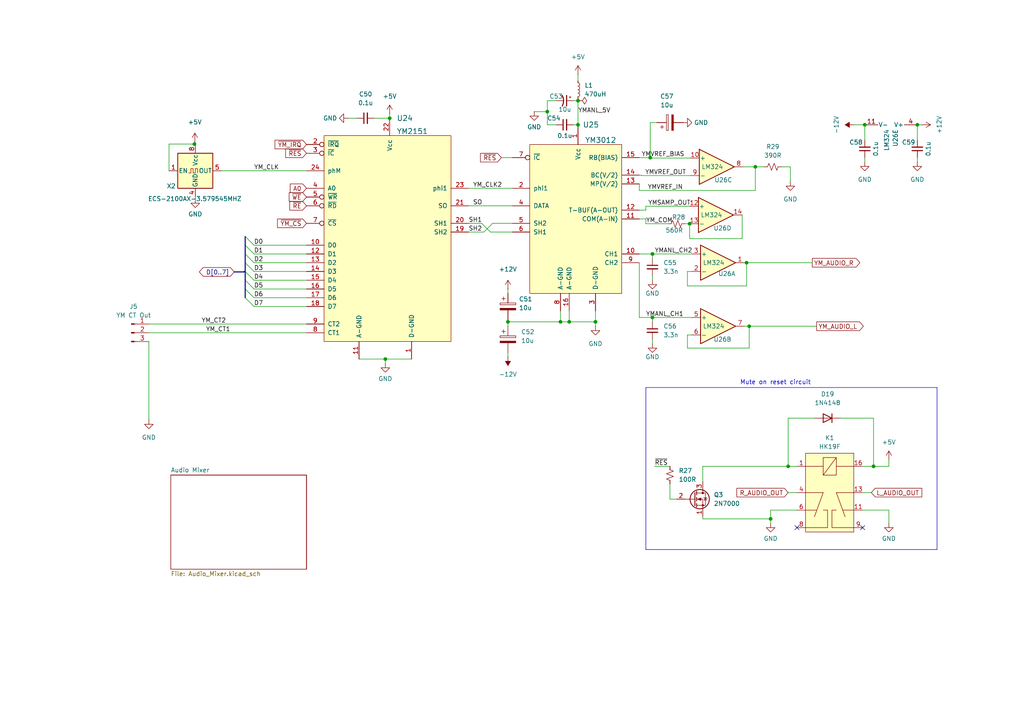
<source format=kicad_sch>
(kicad_sch (version 20231120) (generator "eeschema") (generator_version "8.0")
  (paper "A4")
  (title_block (title "OtterX") (date "2022-08-21") (rev "DV1 \"Sirius\"") (company "(C) 2023 Joe Burks"))
  (lib_symbols
    (symbol "Amplifier_Operational:TL074" (pin_names (offset 0.127))
      (property "Reference" "U" (at 0 5.08 0))
      (property "Value" "TL074" (at 0 -5.08 0))
      (symbol "TL074_1_1"
        (polyline (pts (xy -5.08 5.08) (xy 5.08 0) (xy -5.08 -5.08) (xy -5.08 5.08)) (stroke (width 0.254)) (fill (type background)))
        (pin output line (at 7.62 0 180) (length 2.54) (name "~") (number "1"))
        (pin input line (at -7.62 -2.54 0) (length 2.54) (name "-") (number "2"))
        (pin input line (at -7.62 2.54 0) (length 2.54) (name "+") (number "3"))
      )
      (symbol "TL074_2_1"
        (polyline (pts (xy -5.08 5.08) (xy 5.08 0) (xy -5.08 -5.08) (xy -5.08 5.08)) (stroke (width 0.254)) (fill (type background)))
        (pin input line (at -7.62 2.54 0) (length 2.54) (name "+") (number "5"))
        (pin input line (at -7.62 -2.54 0) (length 2.54) (name "-") (number "6"))
        (pin output line (at 7.62 0 180) (length 2.54) (name "~") (number "7"))
      )
      (symbol "TL074_3_1"
        (polyline (pts (xy -5.08 5.08) (xy 5.08 0) (xy -5.08 -5.08) (xy -5.08 5.08)) (stroke (width 0.254)) (fill (type background)))
        (pin input line (at -7.62 2.54 0) (length 2.54) (name "+") (number "10"))
        (pin output line (at 7.62 0 180) (length 2.54) (name "~") (number "8"))
        (pin input line (at -7.62 -2.54 0) (length 2.54) (name "-") (number "9"))
      )
      (symbol "TL074_4_1"
        (polyline (pts (xy -5.08 5.08) (xy 5.08 0) (xy -5.08 -5.08) (xy -5.08 5.08)) (stroke (width 0.254)) (fill (type background)))
        (pin input line (at -7.62 2.54 0) (length 2.54) (name "+") (number "12"))
        (pin input line (at -7.62 -2.54 0) (length 2.54) (name "-") (number "13"))
        (pin output line (at 7.62 0 180) (length 2.54) (name "~") (number "14"))
      )
      (symbol "TL074_5_1"
        (pin power_in line (at -2.54 -7.62 90) (length 3.81) (name "V-") (number "11"))
        (pin power_in line (at -2.54 7.62 270) (length 3.81) (name "V+") (number "4"))
      )
    )
    (symbol "Connector:Conn_01x03_Pin" (pin_names (offset 1.016) hide)
      (property "Reference" "J" (at 0 5.08 0))
      (property "Value" "Conn_01x03_Pin" (at 0 -5.08 0))
      (symbol "Conn_01x03_Pin_1_1"
        (polyline (pts (xy 1.27 -2.54) (xy 0.8636 -2.54)) (stroke (width 0.1524)))
        (polyline (pts (xy 1.27 0) (xy 0.8636 0)) (stroke (width 0.1524)))
        (polyline (pts (xy 1.27 2.54) (xy 0.8636 2.54)) (stroke (width 0.1524)))
        (rectangle (start 0.8636 -2.413) (end 0 -2.667) (stroke (width 0.1524)) (fill (type outline)))
        (rectangle (start 0.8636 0.127) (end 0 -0.127) (stroke (width 0.1524)) (fill (type outline)))
        (rectangle (start 0.8636 2.667) (end 0 2.413) (stroke (width 0.1524)) (fill (type outline)))
        (pin passive line (at 5.08 2.54 180) (length 3.81) (name "Pin_1") (number "1"))
        (pin passive line (at 5.08 0 180) (length 3.81) (name "Pin_2") (number "2"))
        (pin passive line (at 5.08 -2.54 180) (length 3.81) (name "Pin_3") (number "3"))
      )
    )
    (symbol "Device:C_Polarized" (pin_numbers hide) (pin_names (offset 0.254))
      (property "Reference" "C" (at 0.635 2.54 0))
      (property "Value" "C_Polarized" (at 0.635 -2.54 0))
      (symbol "C_Polarized_0_1"
        (rectangle (start -2.286 0.508) (end 2.286 1.016))
        (polyline (pts (xy -1.778 2.286) (xy -0.762 2.286)))
        (polyline (pts (xy -1.27 2.794) (xy -1.27 1.778)))
        (rectangle (start 2.286 -0.508) (end -2.286 -1.016) (fill (type outline)))
      )
      (symbol "C_Polarized_1_1"
        (pin passive line (at 0 3.81 270) (length 2.794) (name "~") (number "1"))
        (pin passive line (at 0 -3.81 90) (length 2.794) (name "~") (number "2"))
      )
    )
    (symbol "Device:C_Polarized_Small_US" (pin_numbers hide) (pin_names (offset 0.254) hide)
      (property "Reference" "C" (at 0.254 1.778 0))
      (property "Value" "C_Polarized_Small_US" (at 0.254 -2.032 0))
      (symbol "C_Polarized_Small_US_0_1"
        (polyline (pts (xy -1.524 0.508) (xy 1.524 0.508)) (stroke (width 0.3048)))
        (polyline (pts (xy -1.27 1.524) (xy -0.762 1.524)))
        (polyline (pts (xy -1.016 1.27) (xy -1.016 1.778)))
        (arc (start 1.524 -0.762) (mid 0 -0.3734) (end -1.524 -0.762) (stroke (width 0.3048)))
      )
      (symbol "C_Polarized_Small_US_1_1"
        (pin passive line (at 0 2.54 270) (length 2.032) (name "~") (number "1"))
        (pin passive line (at 0 -2.54 90) (length 2.032) (name "~") (number "2"))
      )
    )
    (symbol "Device:C_Small" (pin_numbers hide) (pin_names (offset 0.254) hide)
      (property "Reference" "C" (at 0.254 1.778 0))
      (property "Value" "C_Small" (at 0.254 -2.032 0))
      (symbol "C_Small_0_1"
        (polyline (pts (xy -1.524 -0.508) (xy 1.524 -0.508)) (stroke (width 0.3302)))
        (polyline (pts (xy -1.524 0.508) (xy 1.524 0.508)) (stroke (width 0.3048)))
      )
      (symbol "C_Small_1_1"
        (pin passive line (at 0 2.54 270) (length 2.032) (name "~") (number "1"))
        (pin passive line (at 0 -2.54 90) (length 2.032) (name "~") (number "2"))
      )
    )
    (symbol "Device:L_Small" (pin_numbers hide) (pin_names (offset 0.254) hide)
      (property "Reference" "L" (at 0.762 1.016 0))
      (property "Value" "L_Small" (at 0.762 -1.016 0))
      (symbol "L_Small_0_1"
        (arc (start 0 -2.032) (mid 0.5058 -1.524) (end 0 -1.016))
        (arc (start 0 -1.016) (mid 0.5058 -0.508) (end 0 0))
        (arc (start 0 0) (mid 0.5058 0.508) (end 0 1.016))
        (arc (start 0 1.016) (mid 0.5058 1.524) (end 0 2.032))
      )
      (symbol "L_Small_1_1"
        (pin passive line (at 0 2.54 270) (length 0.508) (name "~") (number "1"))
        (pin passive line (at 0 -2.54 90) (length 0.508) (name "~") (number "2"))
      )
    )
    (symbol "Device:R_Small_US" (pin_numbers hide) (pin_names (offset 0.254) hide)
      (property "Reference" "R" (at 0.762 0.508 0))
      (property "Value" "R_Small_US" (at 0.762 -1.016 0))
      (symbol "R_Small_US_1_1"
        (polyline (pts (xy 0 0) (xy 1.016 -0.381) (xy 0 -0.762) (xy -1.016 -1.143) (xy 0 -1.524)))
        (polyline (pts (xy 0 1.524) (xy 1.016 1.143) (xy 0 0.762) (xy -1.016 0.381) (xy 0 0)))
        (pin passive line (at 0 2.54 270) (length 1.016) (name "~") (number "1"))
        (pin passive line (at 0 -2.54 90) (length 1.016) (name "~") (number "2"))
      )
    )
    (symbol "Diode:1N4148" (pin_numbers hide) (pin_names hide)
      (property "Reference" "D" (at 0 2.54 0))
      (property "Value" "1N4148" (at 0 -2.54 0))
      (symbol "1N4148_0_1"
        (polyline (pts (xy -1.27 1.27) (xy -1.27 -1.27)) (stroke (width 0.254)))
        (polyline (pts (xy 1.27 0) (xy -1.27 0)))
        (polyline (pts (xy 1.27 1.27) (xy 1.27 -1.27) (xy -1.27 0) (xy 1.27 1.27)) (stroke (width 0.254)))
      )
      (symbol "1N4148_1_1"
        (pin passive line (at -3.81 0 0) (length 2.54) (name "K") (number "1"))
        (pin passive line (at 3.81 0 180) (length 2.54) (name "A") (number "2"))
      )
    )
    (symbol "Oscillator:CXO_DIP8" (pin_names (offset 0.254))
      (property "Reference" "Y" (at -5.08 6.35 0))
      (property "Value" "CXO_DIP8" (at 1.27 -6.35 0))
      (symbol "CXO_DIP8_0_1"
        (rectangle (start -5.08 5.08) (end 5.08 -5.08) (stroke (width 0.254)) (fill (type background)))
        (polyline (pts (xy -1.905 -0.635) (xy -1.27 -0.635) (xy -1.27 0.635) (xy -0.635 0.635) (xy -0.635 -0.635) (xy 0 -0.635) (xy 0 0.635) (xy 0.635 0.635) (xy 0.635 -0.635)))
      )
      (symbol "CXO_DIP8_1_1"
        (pin input line (at -7.62 0 0) (length 2.54) (name "EN") (number "1"))
        (pin power_in line (at 0 -7.62 90) (length 2.54) (name "GND") (number "4"))
        (pin output line (at 7.62 0 180) (length 2.54) (name "OUT") (number "5"))
        (pin power_in line (at 0 7.62 270) (length 2.54) (name "Vcc") (number "8"))
      )
    )
    (symbol "OtterX:HK19F"
      (property "Reference" "K" (at 10.16 -24.13 0))
      (property "Value" "HK19F" (at 6.35 1.27 0))
      (symbol "HK19F_0_1"
        (polyline (pts (xy 0 -16.51) (xy 3.175 -16.51)))
        (polyline (pts (xy 0 -11.43) (xy 5.08 -11.43)))
        (polyline (pts (xy 5.08 -11.43) (xy 2.54 -18.415)))
        (polyline (pts (xy 5.08 -6.35) (xy 8.89 -1.27)))
        (polyline (pts (xy 5.08 -3.81) (xy 0 -3.81)))
        (polyline (pts (xy 7.62 -8.89) (xy 7.62 -8.89)))
        (polyline (pts (xy 8.89 -11.43) (xy 11.43 -18.415)))
        (polyline (pts (xy 8.89 -3.81) (xy 13.97 -3.81)))
        (polyline (pts (xy 13.97 -16.51) (xy 10.795 -16.51)))
        (polyline (pts (xy 13.97 -11.43) (xy 8.89 -11.43)))
        (polyline (pts (xy 0 -21.59) (xy 6.35 -21.59) (xy 6.35 -16.51) (xy 5.08 -16.51)))
        (polyline (pts (xy 8.89 -16.51) (xy 7.62 -16.51) (xy 7.62 -21.59) (xy 13.97 -21.59)))
        (rectangle (start 0 0) (end 13.97 -22.86) (fill (type background)))
        (rectangle (start 5.08 -1.27) (end 8.89 -6.35))
      )
      (symbol "HK19F_1_1"
        (pin input line (at -2.54 -3.81 0) (length 2.54) (name "") (number "1"))
        (pin passive line (at 16.51 -16.51 180) (length 2.54) (name "") (number "11"))
        (pin passive line (at 16.51 -11.43 180) (length 2.54) (name "") (number "13"))
        (pin input line (at 16.51 -3.81 180) (length 2.54) (name "") (number "16"))
        (pin passive line (at -2.54 -11.43 0) (length 2.54) (name "") (number "4"))
        (pin passive line (at -2.54 -16.51 0) (length 2.54) (name "") (number "6"))
        (pin passive line (at -2.54 -21.59 0) (length 2.54) (name "") (number "8"))
        (pin passive line (at 16.51 -21.59 180) (length 2.54) (name "") (number "9"))
      )
    )
    (symbol "Transistor_FET:2N7000" (pin_names hide)
      (property "Reference" "Q" (at 5.08 1.905 0))
      (property "Value" "2N7000" (at 5.08 0 0))
      (symbol "2N7000_0_1"
        (polyline (pts (xy 0.254 0) (xy -2.54 0)))
        (polyline (pts (xy 0.254 1.905) (xy 0.254 -1.905)) (stroke (width 0.254)))
        (polyline (pts (xy 0.762 -1.27) (xy 0.762 -2.286)) (stroke (width 0.254)))
        (polyline (pts (xy 0.762 0.508) (xy 0.762 -0.508)) (stroke (width 0.254)))
        (polyline (pts (xy 0.762 2.286) (xy 0.762 1.27)) (stroke (width 0.254)))
        (polyline (pts (xy 2.54 2.54) (xy 2.54 1.778)))
        (polyline (pts (xy 2.54 -2.54) (xy 2.54 0) (xy 0.762 0)))
        (polyline (pts (xy 0.762 -1.778) (xy 3.302 -1.778) (xy 3.302 1.778) (xy 0.762 1.778)))
        (polyline (pts (xy 1.016 0) (xy 2.032 0.381) (xy 2.032 -0.381) (xy 1.016 0)) (fill (type outline)))
        (polyline (pts (xy 2.794 0.508) (xy 2.921 0.381) (xy 3.683 0.381) (xy 3.81 0.254)))
        (polyline (pts (xy 3.302 0.381) (xy 2.921 -0.254) (xy 3.683 -0.254) (xy 3.302 0.381)))
        (circle (center 1.651 0) (radius 2.794) (stroke (width 0.254)))
        (circle (center 2.54 -1.778) (radius 0.254) (fill (type outline)))
        (circle (center 2.54 1.778) (radius 0.254) (fill (type outline)))
      )
      (symbol "2N7000_1_1"
        (pin passive line (at 2.54 -5.08 90) (length 2.54) (name "S") (number "1"))
        (pin input line (at -5.08 0 0) (length 2.54) (name "G") (number "2"))
        (pin passive line (at 2.54 5.08 270) (length 2.54) (name "D") (number "3"))
      )
    )
    (symbol "Yamaha:YM2151" (pin_names (offset 1.016))
      (property "Reference" "U" (at -13.97 33.02 0))
      (property "Value" "YM2151" (at 13.97 -31.75 0))
      (symbol "YM2151_0_1"
        (rectangle (start -19.05 30.48) (end 17.78 -29.21) (fill (type background)))
      )
      (symbol "YM2151_1_1"
        (pin power_in line (at 6.35 -34.29 90) (length 5.08) (name "D-GND") (number "1"))
        (pin input line (at -24.13 -1.27 0) (length 5.08) (name "D0") (number "10"))
        (pin power_in line (at -8.89 -34.29 90) (length 5.08) (name "A-GND") (number "11"))
        (pin input line (at -24.13 -3.81 0) (length 5.08) (name "D1") (number "12"))
        (pin input line (at -24.13 -6.35 0) (length 5.08) (name "D2") (number "13"))
        (pin input line (at -24.13 -8.89 0) (length 5.08) (name "D3") (number "14"))
        (pin input line (at -24.13 -11.43 0) (length 5.08) (name "D4") (number "15"))
        (pin input line (at -24.13 -13.97 0) (length 5.08) (name "D5") (number "16"))
        (pin input line (at -24.13 -16.51 0) (length 5.08) (name "D6") (number "17"))
        (pin input line (at -24.13 -19.05 0) (length 5.08) (name "D7") (number "18"))
        (pin output line (at 22.86 2.54 180) (length 5.08) (name "SH2") (number "19"))
        (pin input inverted (at -24.13 27.94 0) (length 5.08) (name "~{IRQ}") (number "2"))
        (pin output line (at 22.86 5.08 180) (length 5.08) (name "SH1") (number "20"))
        (pin output line (at 22.86 10.16 180) (length 5.08) (name "SO") (number "21"))
        (pin power_in line (at 0 35.56 270) (length 5.08) (name "Vcc") (number "22"))
        (pin output line (at 22.86 15.24 180) (length 5.08) (name "phi1") (number "23"))
        (pin input line (at -24.13 20.32 0) (length 5.08) (name "phM") (number "24"))
        (pin input inverted (at -24.13 25.4 0) (length 5.08) (name "~{IC}") (number "3"))
        (pin input line (at -24.13 15.24 0) (length 5.08) (name "A0") (number "4"))
        (pin input inverted (at -24.13 12.7 0) (length 5.08) (name "~{WR}") (number "5"))
        (pin input inverted (at -24.13 10.16 0) (length 5.08) (name "~{RD}") (number "6"))
        (pin input inverted (at -24.13 5.08 0) (length 5.08) (name "~{CS}") (number "7"))
        (pin input line (at -24.13 -26.67 0) (length 5.08) (name "CT1") (number "8"))
        (pin input line (at -24.13 -24.13 0) (length 5.08) (name "CT2") (number "9"))
      )
    )
    (symbol "Yamaha:YM3012" (pin_names (offset 1.016))
      (property "Reference" "U" (at -11.43 25.4 0))
      (property "Value" "YM3012" (at 12.7 -21.59 0))
      (symbol "YM3012_0_1"
        (rectangle (start -13.97 24.13) (end 12.7 -19.05) (fill (type background)))
      )
      (symbol "YM3012_1_1"
        (pin power_in line (at 0 29.21 270) (length 5.08) (name "Vcc") (number "1"))
        (pin output line (at 17.78 -7.62 180) (length 5.08) (name "CH1") (number "10"))
        (pin input line (at 17.78 2.54 180) (length 5.08) (name "COM(A-IN)") (number "11"))
        (pin output line (at 17.78 5.08 180) (length 5.08) (name "T-BUF(A-OUT)") (number "12"))
        (pin passive line (at 17.78 12.7 180) (length 5.08) (name "MP(V/2)") (number "13"))
        (pin passive line (at 17.78 15.24 180) (length 5.08) (name "BC(V/2)") (number "14"))
        (pin output line (at 17.78 20.32 180) (length 5.08) (name "RB(BIAS)") (number "15"))
        (pin power_in line (at -2.54 -24.13 90) (length 5.08) (name "A-GND") (number "16"))
        (pin input line (at -19.05 11.43 0) (length 5.08) (name "phi1") (number "2"))
        (pin power_in line (at 5.08 -24.13 90) (length 5.08) (name "D-GND") (number "3"))
        (pin input line (at -19.05 6.35 0) (length 5.08) (name "DATA") (number "4"))
        (pin input line (at -19.05 1.27 0) (length 5.08) (name "SH2") (number "5"))
        (pin input line (at -19.05 -1.27 0) (length 5.08) (name "SH1") (number "6"))
        (pin input inverted (at -19.05 20.32 0) (length 5.08) (name "~{IC}") (number "7"))
        (pin power_in line (at -5.08 -24.13 90) (length 5.08) (name "A-GND") (number "8"))
        (pin output line (at 17.78 -10.16 180) (length 5.08) (name "CH2") (number "9"))
      )
    )
    (symbol "power:+12V" (power) (pin_numbers hide) (pin_names (offset 0) hide)
      (property "Value" "+12V" (at 0 3.556 0))
      (symbol "+12V_0_1"
        (polyline (pts (xy -0.762 1.27) (xy 0 2.54)))
        (polyline (pts (xy 0 0) (xy 0 2.54)))
        (polyline (pts (xy 0 2.54) (xy 0.762 1.27)))
      )
      (symbol "+12V_1_1"
        (pin power_in line (at 0 0 90) (length 0) (name "~") (number "1"))
      )
    )
    (symbol "power:+5V" (power) (pin_numbers hide) (pin_names (offset 0) hide)
      (property "Value" "+5V" (at 0 3.556 0))
      (symbol "+5V_0_1"
        (polyline (pts (xy -0.762 1.27) (xy 0 2.54)))
        (polyline (pts (xy 0 0) (xy 0 2.54)))
        (polyline (pts (xy 0 2.54) (xy 0.762 1.27)))
      )
      (symbol "+5V_1_1"
        (pin power_in line (at 0 0 90) (length 0) (name "~") (number "1"))
      )
    )
    (symbol "power:-12V" (power) (pin_numbers hide) (pin_names (offset 0) hide)
      (property "Value" "-12V" (at 0 3.556 0))
      (symbol "-12V_0_0"
        (pin power_in line (at 0 0 90) (length 0) (name "~") (number "1"))
      )
      (symbol "-12V_0_1"
        (polyline (pts (xy 0 0) (xy 0 1.27) (xy 0.762 1.27) (xy 0 2.54) (xy -0.762 1.27) (xy 0 1.27)) (fill (type outline)))
      )
    )
    (symbol "power:GND" (power) (pin_numbers hide) (pin_names (offset 0) hide)
      (property "Value" "GND" (at 0 -3.81 0))
      (symbol "GND_0_1"
        (polyline (pts (xy 0 0) (xy 0 -1.27) (xy 1.27 -1.27) (xy 0 -2.54) (xy -1.27 -1.27) (xy 0 -1.27)))
      )
      (symbol "GND_1_1"
        (pin power_in line (at 0 0 270) (length 0) (name "~") (number "1"))
      )
    )
    (symbol "power:PWR_FLAG" (power) (pin_numbers hide) (pin_names (offset 0) hide)
      (property "Value" "PWR_FLAG" (at 0 3.81 0))
      (symbol "PWR_FLAG_0_0"
        (pin power_out line (at 0 0 90) (length 0) (name "~") (number "1"))
      )
      (symbol "PWR_FLAG_0_1"
        (polyline (pts (xy 0 0) (xy 0 1.27) (xy -1.016 1.905) (xy 0 2.54) (xy 1.016 1.905) (xy 0 1.27)))
      )
    )
  )
  (junction (at 165.1 93.345))
  (junction (at 158.75 32.385))
  (junction (at 228.6 135.255))
  (junction (at 56.388 41.783))
  (junction (at 189.23 73.66))
  (junction (at 188.595 45.72))
  (junction (at 266.065 36.195))
  (junction (at 200.025 64.897))
  (junction (at 167.64 36.195))
  (junction (at 253.365 135.255))
  (junction (at 172.72 93.345))
  (junction (at 219.075 48.387))
  (junction (at 147.32 93.345))
  (junction (at 223.52 150.495))
  (junction (at 111.76 104.14))
  (junction (at 250.825 36.195))
  (junction (at 162.56 93.345))
  (junction (at 217.297 94.615))
  (junction (at 189.23 92.075))
  (junction (at 216.535 76.2))
  (junction (at 167.64 29.21))
  (junction (at 113.03 34.29))
  (no_connect (at 231.14 153.035))
  (no_connect (at 250.19 153.035))
  (bus_entry (at 73.66 83.82) (size -2.54 -2.54))
  (bus_entry (at 73.66 86.36) (size -2.54 -2.54))
  (bus_entry (at 73.66 88.9) (size -2.54 -2.54))
  (bus_entry (at 73.66 78.74) (size -2.54 -2.54))
  (bus_entry (at 73.66 76.2) (size -2.54 -2.54))
  (bus_entry (at 73.66 73.66) (size -2.54 -2.54))
  (bus_entry (at 73.66 71.12) (size -2.54 -2.54))
  (bus_entry (at 73.66 81.28) (size -2.54 -2.54))
  (wire (pts (xy 73.66 81.28) (xy 88.9 81.28)))
  (wire (pts (xy 189.23 93.345) (xy 189.23 92.075)))
  (wire (pts (xy 215.9 76.2) (xy 216.535 76.2)))
  (wire (pts (xy 250.19 147.955) (xy 257.81 147.955)))
  (wire (pts (xy 200.279 45.847) (xy 188.595 45.847)))
  (wire (pts (xy 108.585 34.29) (xy 113.03 34.29)))
  (wire (pts (xy 88.9 93.98) (xy 43.18 93.98)))
  (polyline (pts (xy 271.78 112.395) (xy 271.78 159.385)))
  (wire (pts (xy 111.76 104.14) (xy 111.76 105.41)))
  (wire (pts (xy 185.42 45.72) (xy 188.595 45.72)))
  (wire (pts (xy 56.388 41.91) (xy 56.388 41.783)))
  (wire (pts (xy 172.72 93.345) (xy 172.72 90.17)))
  (bus (pts (xy 71.12 76.2) (xy 71.12 73.66)))
  (wire (pts (xy 219.075 48.387) (xy 219.075 55.245)))
  (bus (pts (xy 71.12 78.74) (xy 71.12 76.2)))
  (wire (pts (xy 142.875 64.77) (xy 148.59 64.77)))
  (wire (pts (xy 158.75 32.385) (xy 158.75 36.195)))
  (wire (pts (xy 203.835 150.495) (xy 223.52 150.495)))
  (wire (pts (xy 100.965 34.29) (xy 103.505 34.29)))
  (wire (pts (xy 73.66 76.2) (xy 88.9 76.2)))
  (wire (pts (xy 189.23 73.66) (xy 200.66 73.66)))
  (polyline (pts (xy 271.78 159.385) (xy 187.325 159.385)))
  (wire (pts (xy 140.335 67.31) (xy 142.875 64.77)))
  (wire (pts (xy 215.9 94.615) (xy 217.297 94.615)))
  (bus (pts (xy 71.12 71.12) (xy 71.12 68.58)))
  (wire (pts (xy 199.39 78.74) (xy 200.66 78.74)))
  (wire (pts (xy 56.642 57.15) (xy 56.642 57.658)))
  (wire (pts (xy 111.76 104.14) (xy 119.38 104.14)))
  (bus (pts (xy 71.12 86.36) (xy 71.12 83.82)))
  (wire (pts (xy 165.1 93.345) (xy 172.72 93.345)))
  (wire (pts (xy 216.535 76.2) (xy 235.585 76.2)))
  (wire (pts (xy 56.642 41.91) (xy 56.388 41.91)))
  (wire (pts (xy 194.31 135.255) (xy 189.865 135.255)))
  (wire (pts (xy 135.89 64.77) (xy 139.7 64.77)))
  (wire (pts (xy 203.835 135.255) (xy 203.835 139.7)))
  (wire (pts (xy 73.66 83.82) (xy 88.9 83.82)))
  (wire (pts (xy 217.297 94.615) (xy 236.855 94.615)))
  (wire (pts (xy 165.1 90.17) (xy 165.1 93.345)))
  (wire (pts (xy 199.39 100.965) (xy 217.297 100.965)))
  (wire (pts (xy 188.595 35.56) (xy 188.595 45.72)))
  (bus (pts (xy 70.866 78.867) (xy 67.945 78.867)))
  (wire (pts (xy 257.81 133.35) (xy 257.81 135.255)))
  (wire (pts (xy 49.022 41.783) (xy 56.388 41.783)))
  (wire (pts (xy 113.03 33.02) (xy 113.03 34.29)))
  (wire (pts (xy 186.055 50.927) (xy 200.279 50.927)))
  (wire (pts (xy 228.6 135.255) (xy 203.835 135.255)))
  (wire (pts (xy 64.262 49.53) (xy 88.9 49.53)))
  (wire (pts (xy 203.835 149.86) (xy 203.835 150.495)))
  (wire (pts (xy 172.72 93.345) (xy 172.72 94.615)))
  (wire (pts (xy 250.19 135.255) (xy 253.365 135.255)))
  (wire (pts (xy 135.89 59.69) (xy 148.59 59.69)))
  (wire (pts (xy 250.825 45.72) (xy 250.825 46.99)))
  (wire (pts (xy 250.825 36.195) (xy 250.825 40.64)))
  (wire (pts (xy 266.065 36.195) (xy 266.065 40.64)))
  (wire (pts (xy 217.297 94.615) (xy 217.297 100.965)))
  (wire (pts (xy 199.39 100.965) (xy 199.39 97.155)))
  (wire (pts (xy 73.66 78.74) (xy 88.9 78.74)))
  (wire (pts (xy 223.52 147.955) (xy 223.52 150.495)))
  (bus (pts (xy 71.12 83.82) (xy 71.12 81.28)))
  (wire (pts (xy 147.32 93.345) (xy 162.56 93.345)))
  (wire (pts (xy 226.695 48.387) (xy 229.235 48.387)))
  (wire (pts (xy 73.66 73.66) (xy 88.9 73.66)))
  (wire (pts (xy 229.235 48.387) (xy 229.235 52.705)))
  (wire (pts (xy 147.32 85.09) (xy 147.32 83.82)))
  (wire (pts (xy 147.32 93.345) (xy 147.32 94.615)))
  (wire (pts (xy 167.64 21.59) (xy 167.64 23.495)))
  (wire (pts (xy 187.325 63.5) (xy 185.42 63.5)))
  (wire (pts (xy 187.325 64.897) (xy 187.325 63.5)))
  (wire (pts (xy 228.6 142.875) (xy 231.14 142.875)))
  (wire (pts (xy 266.065 45.72) (xy 266.065 46.99)))
  (wire (pts (xy 215.265 62.357) (xy 215.265 69.215)))
  (wire (pts (xy 187.325 60.96) (xy 187.325 59.817)))
  (wire (pts (xy 185.42 55.245) (xy 219.075 55.245)))
  (wire (pts (xy 158.75 36.195) (xy 161.29 36.195)))
  (wire (pts (xy 73.66 88.9) (xy 88.9 88.9)))
  (wire (pts (xy 185.42 60.96) (xy 187.325 60.96)))
  (wire (pts (xy 88.9 96.52) (xy 43.18 96.52)))
  (wire (pts (xy 247.65 36.195) (xy 250.825 36.195)))
  (wire (pts (xy 199.39 78.74) (xy 199.39 82.931)))
  (wire (pts (xy 198.755 64.897) (xy 200.025 64.897)))
  (wire (pts (xy 199.39 97.155) (xy 200.66 97.155)))
  (wire (pts (xy 189.23 98.425) (xy 189.23 99.695)))
  (bus (pts (xy 71.12 73.66) (xy 71.12 71.12)))
  (wire (pts (xy 216.535 76.2) (xy 216.535 82.931)))
  (polyline (pts (xy 187.325 112.395) (xy 187.325 159.385)))
  (wire (pts (xy 228.6 121.285) (xy 236.22 121.285)))
  (wire (pts (xy 162.56 93.345) (xy 165.1 93.345)))
  (wire (pts (xy 187.325 59.817) (xy 200.025 59.817)))
  (wire (pts (xy 104.14 104.14) (xy 111.76 104.14)))
  (wire (pts (xy 194.31 140.335) (xy 194.31 144.78)))
  (wire (pts (xy 185.42 92.075) (xy 185.42 76.2)))
  (wire (pts (xy 166.37 36.195) (xy 167.64 36.195)))
  (wire (pts (xy 185.42 73.66) (xy 189.23 73.66)))
  (wire (pts (xy 267.335 36.195) (xy 266.065 36.195)))
  (wire (pts (xy 158.75 29.21) (xy 158.75 32.385)))
  (bus (pts (xy 70.866 78.74) (xy 71.12 78.74)))
  (wire (pts (xy 145.415 45.72) (xy 148.59 45.72)))
  (wire (pts (xy 189.23 73.66) (xy 189.23 74.93)))
  (wire (pts (xy 142.24 67.31) (xy 148.59 67.31)))
  (wire (pts (xy 188.595 35.56) (xy 190.5 35.56)))
  (wire (pts (xy 135.89 54.61) (xy 148.59 54.61)))
  (wire (pts (xy 215.519 48.387) (xy 219.075 48.387)))
  (wire (pts (xy 186.055 50.8) (xy 186.055 50.927)))
  (wire (pts (xy 147.32 92.71) (xy 147.32 93.345)))
  (wire (pts (xy 167.64 36.195) (xy 167.64 36.83)))
  (wire (pts (xy 49.022 49.53) (xy 49.022 41.783)))
  (wire (pts (xy 250.19 142.875) (xy 252.73 142.875)))
  (wire (pts (xy 231.14 135.255) (xy 228.6 135.255)))
  (wire (pts (xy 193.675 64.897) (xy 187.325 64.897)))
  (wire (pts (xy 219.075 48.387) (xy 221.615 48.387)))
  (wire (pts (xy 189.23 92.075) (xy 200.66 92.075)))
  (wire (pts (xy 253.365 121.285) (xy 253.365 135.255)))
  (wire (pts (xy 223.52 150.495) (xy 223.52 151.765)))
  (wire (pts (xy 185.42 92.075) (xy 189.23 92.075)))
  (wire (pts (xy 154.94 32.385) (xy 158.75 32.385)))
  (wire (pts (xy 185.42 50.8) (xy 186.055 50.8)))
  (wire (pts (xy 167.64 28.575) (xy 167.64 29.21)))
  (wire (pts (xy 147.32 102.235) (xy 147.32 103.505)))
  (wire (pts (xy 223.52 147.955) (xy 231.14 147.955)))
  (wire (pts (xy 73.66 71.12) (xy 88.9 71.12)))
  (wire (pts (xy 73.66 86.36) (xy 88.9 86.36)))
  (polyline (pts (xy 187.325 112.395) (xy 271.78 112.395)))
  (wire (pts (xy 199.39 82.931) (xy 216.535 82.931)))
  (wire (pts (xy 194.31 144.78) (xy 196.215 144.78)))
  (wire (pts (xy 189.23 80.01) (xy 189.23 81.28)))
  (wire (pts (xy 188.595 45.72) (xy 188.595 45.847)))
  (wire (pts (xy 161.29 29.21) (xy 158.75 29.21)))
  (wire (pts (xy 139.7 64.77) (xy 142.24 67.31)))
  (wire (pts (xy 56.388 41.783) (xy 56.515 41.783)))
  (wire (pts (xy 162.56 90.17) (xy 162.56 93.345)))
  (wire (pts (xy 135.89 67.31) (xy 140.335 67.31)))
  (wire (pts (xy 167.64 29.21) (xy 167.64 36.195)))
  (wire (pts (xy 257.81 147.955) (xy 257.81 151.765)))
  (wire (pts (xy 243.84 121.285) (xy 253.365 121.285)))
  (wire (pts (xy 215.265 69.215) (xy 200.025 69.215)))
  (wire (pts (xy 228.6 135.255) (xy 228.6 121.285)))
  (bus (pts (xy 70.866 78.74) (xy 70.866 78.867)))
  (bus (pts (xy 71.12 81.28) (xy 71.12 78.74)))
  (wire (pts (xy 185.42 53.34) (xy 185.42 55.245)))
  (wire (pts (xy 43.18 99.06) (xy 43.18 121.793)))
  (wire (pts (xy 166.37 29.21) (xy 167.64 29.21)))
  (wire (pts (xy 200.025 69.215) (xy 200.025 64.897)))
  (wire (pts (xy 253.365 135.255) (xy 257.81 135.255)))
  (wire (pts (xy 56.515 41.148) (xy 56.515 41.783)))
  (text "Mute on reset circuit" (at 214.63 111.76 0) (effects (font (size 1.27 1.27)) (justify left bottom)))
  (label "D6" (at 73.66 86.36 0))
  (label "YMVREF_IN" (at 187.833 55.245 0))
  (label "D1" (at 73.66 73.66 0))
  (label "~{RES}" (at 189.865 135.255 0))
  (label "YMSAMP_OUT" (at 187.96 59.817 0))
  (label "YM_CT1" (at 59.69 96.52 0))
  (label "YMANL_5V" (at 167.64 33.02 0))
  (label "D7" (at 73.66 88.9 0))
  (label "YM_COM" (at 187.325 64.897 0))
  (label "D2" (at 73.66 76.2 0))
  (label "D5" (at 73.66 83.82 0))
  (label "SO" (at 137.16 59.69 0))
  (label "YMVREF_OUT" (at 187.071 50.927 0))
  (label "YM_CT2" (at 58.42 93.98 0))
  (label "SH1" (at 135.89 64.77 0))
  (label "D3" (at 73.66 78.74 0))
  (label "YMANL_CH1" (at 187.325 92.075 0))
  (label "YMVREF_BIAS" (at 186.055 45.72 0))
  (label "SH2" (at 135.89 67.31 0))
  (label "YM_CLK" (at 73.66 49.53 0))
  (label "YMANL_CH2" (at 189.865 73.66 0))
  (label "YM_CLK2" (at 137.16 54.61 0))
  (label "D4" (at 73.66 81.28 0))
  (label "D0" (at 73.66 71.12 0))
  (global_label "~{RE}" (shape input) (at 88.9 59.69 180) (property "Intersheetrefs" "${INTERSHEET_REFS}" (effects (hide yes))))
  (global_label "~{RES}" (shape input) (at 88.9 44.45 180) (property "Intersheetrefs" "${INTERSHEET_REFS}" (effects (hide yes))))
  (global_label "R_AUDIO_OUT" (shape input) (at 228.6 142.875 180) (property "Intersheetrefs" "${INTERSHEET_REFS}" (effects (hide yes))))
  (global_label "YM_AUDIO_R" (shape output) (at 235.585 76.2 0) (property "Intersheetrefs" "${INTERSHEET_REFS}" (effects (hide yes))))
  (global_label "L_AUDIO_OUT" (shape input) (at 252.73 142.875 0) (property "Intersheetrefs" "${INTERSHEET_REFS}" (effects (hide yes))))
  (global_label "~{YM_IRQ}" (shape input) (at 88.9 41.91 180) (property "Intersheetrefs" "${INTERSHEET_REFS}" (effects (hide yes))))
  (global_label "~{WE}" (shape input) (at 88.9 57.15 180) (property "Intersheetrefs" "${INTERSHEET_REFS}" (effects (hide yes))))
  (global_label "A0" (shape input) (at 88.9 54.61 180) (property "Intersheetrefs" "${INTERSHEET_REFS}" (effects (hide yes))))
  (global_label "D[0..7]" (shape bidirectional) (at 67.945 78.867 180) (property "Intersheetrefs" "${INTERSHEET_REFS}" (effects (hide yes))))
  (global_label "~{YM_CS}" (shape input) (at 88.9 64.77 180) (property "Intersheetrefs" "${INTERSHEET_REFS}" (effects (hide yes))))
  (global_label "YM_AUDIO_L" (shape output) (at 236.855 94.615 0) (property "Intersheetrefs" "${INTERSHEET_REFS}" (effects (hide yes))))
  (global_label "~{RES}" (shape input) (at 145.415 45.72 180) (property "Intersheetrefs" "${INTERSHEET_REFS}" (effects (hide yes))))
  (symbol (lib_id "power:GND") (at 198.12 35.56 90) (unit 1)
    (property "Reference" "#PWR088" (effects (hide yes)))
    (property "Value" "GND" (at 201.295 35.5599 90) (effects (justify right)))
    (property "Description" "Power symbol creates a global label with name \"GND\" , ground" (effects (hide yes)))
  )
  (symbol (lib_id "power:GND") (at 100.965 34.29 270) (unit 1)
    (property "Reference" "#PWR074" (effects (hide yes)))
    (property "Value" "GND" (at 97.79 34.2899 90) (effects (justify right)))
    (property "Description" "Power symbol creates a global label with name \"GND\" , ground" (effects (hide yes)))
  )
  (symbol (lib_id "Device:C_Small") (at 163.83 36.195 90) (unit 1)
    (property "Reference" "C54" (at 160.655 34.29 90))
    (property "Value" "0.1u" (at 163.83 39.37 90))
    (property "Footprint" "Capacitor_THT:C_Disc_D4.3mm_W1.9mm_P5.00mm" (effects (hide yes)))
  )
  (symbol (lib_id "power:+5V") (at 56.515 41.148 0) (unit 1)
    (property "Reference" "#PWR065" (effects (hide yes)))
    (property "Value" "+5V" (at 56.515 35.433 0))
    (property "Description" "Power symbol creates a global label with name \"+5V\"" (effects (hide yes)))
  )
  (symbol (lib_id "power:+12V") (at 267.335 36.195 270) (unit 1)
    (property "Reference" "#PWR096" (effects (hide yes)))
    (property "Value" "+12V" (at 272.415 36.195 0))
    (property "Description" "Power symbol creates a global label with name \"+12V\"" (effects (hide yes)))
  )
  (symbol (lib_id "Device:C_Polarized") (at 147.32 98.425 0) (unit 1)
    (property "Reference" "C52" (at 151.13 96.2659 0) (effects (justify left)))
    (property "Value" "10u" (at 151.13 98.8059 0) (effects (justify left)))
    (property "Footprint" "Capacitor_THT:CP_Radial_D5.0mm_P2.50mm" (effects (hide yes)))
  )
  (symbol (lib_id "Amplifier_Operational:TL074") (at 258.445 38.735 270) (unit 5)
    (property "Reference" "U26" (at 259.7151 37.465 0) (effects (justify left)))
    (property "Value" "LM324" (at 257.1751 37.465 0) (effects (justify left)))
    (property "Footprint" "OtterX:DIP-14_W7.62mm_ShortWidePads" (effects (hide yes)))
    (property "Datasheet" "http://www.ti.com/lit/ds/symlink/tl071.pdf" (effects (hide yes)))
  )
  (symbol (lib_id "power:PWR_FLAG") (at 167.64 29.21 270) (unit 1)
    (property "Reference" "#FLG07" (effects (hide yes)))
    (property "Value" "PWR_FLAG" (effects (hide yes)))
    (property "Description" "Special symbol for telling ERC where power comes from" (effects (hide yes)))
  )
  (symbol (lib_id "Device:R_Small_US") (at 196.215 64.897 270) (unit 1)
    (property "Reference" "R28" (at 196.85 62.992 90))
    (property "Value" "560R" (at 195.58 66.802 90))
    (property "Footprint" "Resistor_THT:R_Axial_DIN0207_L6.3mm_D2.5mm_P7.62mm_Horizontal" (effects (hide yes)))
  )
  (symbol (lib_id "Amplifier_Operational:TL074") (at 208.28 94.615 0) (unit 2)
    (property "Reference" "U26" (at 209.55 98.425 0))
    (property "Value" "LM324" (at 207.01 94.615 0))
    (property "Footprint" "OtterX:DIP-14_W7.62mm_ShortWidePads" (effects (hide yes)))
    (property "Datasheet" "http://www.ti.com/lit/ds/symlink/tl071.pdf" (effects (hide yes)))
  )
  (symbol (lib_id "power:GND") (at 223.52 151.765 0) (unit 1)
    (property "Reference" "#PWR089" (effects (hide yes)))
    (property "Value" "GND" (at 223.52 156.21 0))
    (property "Description" "Power symbol creates a global label with name \"GND\" , ground" (effects (hide yes)))
  )
  (symbol (lib_id "Device:C_Polarized_Small_US") (at 163.83 29.21 270) (unit 1)
    (property "Reference" "C53" (at 161.29 27.94 90))
    (property "Value" "10u" (at 163.83 31.75 90))
    (property "Footprint" "Capacitor_THT:CP_Radial_D5.0mm_P2.50mm" (effects (hide yes)))
  )
  (symbol (lib_id "Yamaha:YM2151") (at 113.03 69.85 0) (unit 1)
    (property "Reference" "U24" (at 115.0494 34.29 0) (effects (font (size 1.524 1.524)) (justify left)))
    (property "Value" "YM2151" (at 115.0494 38.1 0) (effects (font (size 1.524 1.524)) (justify left)))
    (property "Footprint" "OtterX:DIP-24_W15.24mm_ShortWidePads" (effects (hide yes)))
  )
  (symbol (lib_id "Device:C_Small") (at 189.23 95.885 0) (unit 1)
    (property "Reference" "C56" (at 192.405 94.6213 0) (effects (justify left)))
    (property "Value" "3.3n" (at 192.405 97.1613 0) (effects (justify left)))
    (property "Footprint" "Capacitor_THT:C_Rect_L7.2mm_W2.5mm_P5.00mm_FKS2_FKP2_MKS2_MKP2" (effects (hide yes)))
  )
  (symbol (lib_id "Device:C_Small") (at 250.825 43.18 180) (unit 1)
    (property "Reference" "C58" (at 248.285 41.275 0))
    (property "Value" "0.1u" (at 254 43.18 90))
    (property "Footprint" "Capacitor_THT:C_Disc_D4.3mm_W1.9mm_P5.00mm" (effects (hide yes)))
  )
  (symbol (lib_id "Device:R_Small_US") (at 194.31 137.795 0) (unit 1)
    (property "Reference" "R27" (at 196.85 136.525 0) (effects (justify left)))
    (property "Value" "100R" (at 196.85 139.065 0) (effects (justify left)))
    (property "Footprint" "Resistor_THT:R_Axial_DIN0207_L6.3mm_D2.5mm_P7.62mm_Horizontal" (effects (hide yes)))
  )
  (symbol (lib_id "power:GND") (at 229.235 52.705 0) (unit 1)
    (property "Reference" "#PWR090" (effects (hide yes)))
    (property "Value" "GND" (at 229.235 57.785 0))
    (property "Description" "Power symbol creates a global label with name \"GND\" , ground" (effects (hide yes)))
  )
  (symbol (lib_id "power:GND") (at 111.76 105.41 0) (unit 1)
    (property "Reference" "#PWR075" (effects (hide yes)))
    (property "Value" "GND" (at 111.76 109.855 0))
    (property "Description" "Power symbol creates a global label with name \"GND\" , ground" (effects (hide yes)))
  )
  (symbol (lib_id "Transistor_FET:2N7000") (at 201.295 144.78 0) (unit 1)
    (property "Reference" "Q3" (at 207.01 143.51 0) (effects (justify left)))
    (property "Value" "2N7000" (at 207.01 146.05 0) (effects (justify left)))
    (property "Footprint" "Package_TO_SOT_THT:TO-92_Inline" (effects (hide yes)))
    (property "Datasheet" "https://www.vishay.com/docs/70226/70226.pdf" (effects (hide yes)))
    (property "Description" "0.2A Id, 200V Vds, N-Channel MOSFET, 2.6V Logic Level, TO-92" (effects (hide yes)))
  )
  (symbol (lib_id "Device:C_Small") (at 266.065 43.18 180) (unit 1)
    (property "Reference" "C59" (at 263.525 41.275 0))
    (property "Value" "0.1u" (at 269.24 43.18 90))
    (property "Footprint" "Capacitor_THT:C_Disc_D4.3mm_W1.9mm_P5.00mm" (effects (hide yes)))
  )
  (symbol (lib_id "Oscillator:CXO_DIP8") (at 56.642 49.53 0) (unit 1)
    (property "Reference" "X2" (at 49.657 53.975 0))
    (property "Value" "ECS-2100AX-3.579545MHZ" (at 56.515 57.658 0))
    (property "Footprint" "Oscillator:Oscillator_DIP-8" (effects (hide yes)))
    (property "Datasheet" "http://cdn-reichelt.de/documents/datenblatt/B400/OSZI.pdf" (effects (hide yes)))
    (property "Description" "Crystal Clock Oscillator, DIP8-style metal package" (effects (hide yes)))
  )
  (symbol (lib_id "power:-12V") (at 147.32 103.505 180) (unit 1)
    (property "Reference" "#PWR079" (effects (hide yes)))
    (property "Value" "-12V" (at 147.32 108.585 0))
    (property "Description" "Power symbol creates a global label with name \"-12V\"" (effects (hide yes)))
  )
  (symbol (lib_id "power:GND") (at 266.065 46.99 0) (unit 1)
    (property "Reference" "#PWR095" (effects (hide yes)))
    (property "Value" "GND" (at 266.065 52.07 0))
    (property "Description" "Power symbol creates a global label with name \"GND\" , ground" (effects (hide yes)))
  )
  (symbol (lib_id "Device:C_Polarized") (at 194.31 35.56 90) (unit 1)
    (property "Reference" "C57" (at 193.421 27.94 90))
    (property "Value" "10u" (at 193.421 30.48 90))
    (property "Footprint" "Capacitor_THT:CP_Radial_D5.0mm_P2.50mm" (effects (hide yes)))
  )
  (symbol (lib_id "power:GND") (at 189.23 81.28 0) (unit 1)
    (property "Reference" "#PWR086" (effects (hide yes)))
    (property "Value" "GND" (at 189.23 85.09 0))
    (property "Description" "Power symbol creates a global label with name \"GND\" , ground" (effects (hide yes)))
  )
  (symbol (lib_id "power:+5V") (at 167.64 21.59 0) (unit 1)
    (property "Reference" "#PWR083" (effects (hide yes)))
    (property "Value" "+5V" (at 167.64 16.51 0))
    (property "Description" "Power symbol creates a global label with name \"+5V\"" (effects (hide yes)))
  )
  (symbol (lib_id "OtterX:HK19F") (at 233.68 131.445 0) (unit 1)
    (property "Reference" "K1" (at 240.665 127 0))
    (property "Value" "HK19F" (at 240.665 129.54 0))
    (property "Footprint" "OtterX:HK19F-DPDT-Relay" (effects (hide yes)))
  )
  (symbol (lib_id "Device:L_Small") (at 167.64 26.035 0) (unit 1)
    (property "Reference" "L1" (at 169.545 24.765 0) (effects (justify left)))
    (property "Value" "470uH" (at 169.545 27.305 0) (effects (justify left)))
    (property "Footprint" "Inductor_THT:L_Axial_L5.0mm_D3.6mm_P10.00mm_Horizontal_Murata_BL01RN1A2A2" (effects (hide yes)))
  )
  (symbol (lib_id "power:GND") (at 189.23 99.695 0) (unit 1)
    (property "Reference" "#PWR087" (effects (hide yes)))
    (property "Value" "GND" (at 189.23 103.505 0))
    (property "Description" "Power symbol creates a global label with name \"GND\" , ground" (effects (hide yes)))
  )
  (symbol (lib_id "Connector:Conn_01x03_Pin") (at 38.1 96.52 0) (unit 1)
    (property "Reference" "J5" (at 38.735 88.9 0))
    (property "Value" "YM CT Out" (at 38.735 91.44 0))
    (property "Footprint" "Connector_PinHeader_2.54mm:PinHeader_1x03_P2.54mm_Vertical" (effects (hide yes)))
    (property "Description" "Generic connector, single row, 01x03, script generated" (effects (hide yes)))
  )
  (symbol (lib_id "power:GND") (at 257.81 151.765 0) (mirror y) (unit 1)
    (property "Reference" "#PWR094" (effects (hide yes)))
    (property "Value" "GND" (at 257.81 156.21 0))
    (property "Description" "Power symbol creates a global label with name \"GND\" , ground" (effects (hide yes)))
  )
  (symbol (lib_id "Diode:1N4148") (at 240.03 121.285 180) (unit 1)
    (property "Reference" "D19" (at 240.03 114.3 0))
    (property "Value" "1N4148" (at 240.03 116.84 0))
    (property "Footprint" "Diode_THT:D_DO-35_SOD27_P7.62mm_Horizontal" (effects (hide yes)))
    (property "Datasheet" "https://assets.nexperia.com/documents/data-sheet/1N4148_1N4448.pdf" (effects (hide yes)))
    (property "Description" "100V 0.15A standard switching diode, DO-35" (effects (hide yes)))
    (property "Sim.Device" "D" (effects (hide yes)))
    (property "Sim.Pins" "1=K 2=A" (effects (hide yes)))
  )
  (symbol (lib_id "Device:C_Polarized") (at 147.32 88.9 0) (unit 1)
    (property "Reference" "C51" (at 150.495 86.7409 0) (effects (justify left)))
    (property "Value" "10u" (at 150.495 89.2809 0) (effects (justify left)))
    (property "Footprint" "Capacitor_THT:CP_Radial_D5.0mm_P2.50mm" (effects (hide yes)))
  )
  (symbol (lib_id "power:GND") (at 250.825 46.99 0) (unit 1)
    (property "Reference" "#PWR092" (effects (hide yes)))
    (property "Value" "GND" (at 250.825 52.07 0))
    (property "Description" "Power symbol creates a global label with name \"GND\" , ground" (effects (hide yes)))
  )
  (symbol (lib_id "power:-12V") (at 247.65 36.195 90) (unit 1)
    (property "Reference" "#PWR091" (effects (hide yes)))
    (property "Value" "-12V" (at 242.57 36.195 0))
    (property "Description" "Power symbol creates a global label with name \"-12V\"" (effects (hide yes)))
  )
  (symbol (lib_id "Device:R_Small_US") (at 224.155 48.387 90) (unit 1)
    (property "Reference" "R29" (at 224.155 42.545 90))
    (property "Value" "390R" (at 224.155 45.085 90))
    (property "Footprint" "Resistor_THT:R_Axial_DIN0207_L6.3mm_D2.5mm_P7.62mm_Horizontal" (effects (hide yes)))
  )
  (symbol (lib_id "Yamaha:YM3012") (at 167.64 66.04 0) (unit 1)
    (property "Reference" "U25" (at 169.0244 36.195 0) (effects (font (size 1.524 1.524)) (justify left)))
    (property "Value" "YM3012" (at 169.6594 40.64 0) (effects (font (size 1.524 1.524)) (justify left)))
    (property "Footprint" "OtterX:DIP-16_W7.62mm_ShortWidePads" (effects (hide yes)))
  )
  (symbol (lib_id "power:GND") (at 154.94 32.385 0) (unit 1)
    (property "Reference" "#PWR080" (effects (hide yes)))
    (property "Value" "GND" (at 154.94 36.83 0))
    (property "Description" "Power symbol creates a global label with name \"GND\" , ground" (effects (hide yes)))
  )
  (symbol (lib_id "power:+5V") (at 257.81 133.35 0) (unit 1)
    (property "Reference" "#PWR093" (effects (hide yes)))
    (property "Value" "+5V" (at 257.81 128.27 0))
    (property "Description" "Power symbol creates a global label with name \"+5V\"" (effects (hide yes)))
  )
  (symbol (lib_id "power:+5V") (at 113.03 33.02 0) (unit 1)
    (property "Reference" "#PWR076" (effects (hide yes)))
    (property "Value" "+5V" (at 113.03 27.94 0))
    (property "Description" "Power symbol creates a global label with name \"+5V\"" (effects (hide yes)))
  )
  (symbol (lib_id "power:GND") (at 56.642 57.658 0) (unit 1)
    (property "Reference" "#PWR066" (effects (hide yes)))
    (property "Value" "GND" (at 56.642 62.103 0))
    (property "Description" "Power symbol creates a global label with name \"GND\" , ground" (effects (hide yes)))
  )
  (symbol (lib_id "Amplifier_Operational:TL074") (at 207.899 48.387 0) (unit 3)
    (property "Reference" "U26" (at 209.804 52.197 0))
    (property "Value" "LM324" (at 206.629 48.387 0))
    (property "Footprint" "OtterX:DIP-14_W7.62mm_ShortWidePads" (effects (hide yes)))
    (property "Datasheet" "http://www.ti.com/lit/ds/symlink/tl071.pdf" (effects (hide yes)))
  )
  (symbol (lib_id "Amplifier_Operational:TL074") (at 208.28 76.2 0) (unit 1)
    (property "Reference" "U26" (at 210.82 79.375 0))
    (property "Value" "LM324" (at 207.01 76.2 0))
    (property "Footprint" "OtterX:DIP-14_W7.62mm_ShortWidePads" (effects (hide yes)))
    (property "Datasheet" "http://www.ti.com/lit/ds/symlink/tl071.pdf" (effects (hide yes)))
  )
  (symbol (lib_id "power:GND") (at 172.72 94.615 0) (unit 1)
    (property "Reference" "#PWR085" (effects (hide yes)))
    (property "Value" "GND" (at 172.72 99.695 0))
    (property "Description" "Power symbol creates a global label with name \"GND\" , ground" (effects (hide yes)))
  )
  (symbol (lib_id "Device:C_Small") (at 189.23 77.47 0) (unit 1)
    (property "Reference" "C55" (at 192.405 76.2063 0) (effects (justify left)))
    (property "Value" "3.3n" (at 192.405 78.7463 0) (effects (justify left)))
    (property "Footprint" "Capacitor_THT:C_Rect_L7.2mm_W2.5mm_P5.00mm_FKS2_FKP2_MKS2_MKP2" (effects (hide yes)))
  )
  (symbol (lib_id "power:GND") (at 43.18 121.793 0) (unit 1)
    (property "Reference" "#PWR056" (effects (hide yes)))
    (property "Value" "GND" (at 43.18 126.873 0))
    (property "Description" "Power symbol creates a global label with name \"GND\" , ground" (effects (hide yes)))
  )
  (symbol (lib_id "Amplifier_Operational:TL074") (at 207.645 62.357 0) (unit 4)
    (property "Reference" "U26" (at 209.55 66.167 0))
    (property "Value" "LM324" (at 206.375 62.357 0))
    (property "Footprint" "OtterX:DIP-14_W7.62mm_ShortWidePads" (effects (hide yes)))
    (property "Datasheet" "http://www.ti.com/lit/ds/symlink/tl071.pdf" (effects (hide yes)))
  )
  (symbol (lib_id "Device:C_Small") (at 106.045 34.29 90) (unit 1)
    (property "Reference" "C50" (at 106.0513 27.305 90))
    (property "Value" "0.1u" (at 106.0513 29.845 90))
    (property "Footprint" "Capacitor_THT:C_Disc_D4.3mm_W1.9mm_P5.00mm" (effects (hide yes)))
  )
  (symbol (lib_id "power:+12V") (at 147.32 83.82 0) (unit 1)
    (property "Reference" "#PWR077" (effects (hide yes)))
    (property "Value" "+12V" (at 147.32 78.105 0))
    (property "Description" "Power symbol creates a global label with name \"+12V\"" (effects (hide yes)))
  )
  (sheet (at 49.53 137.795) (size 39.37 27.305) (stroke (width 0.1524))
    (property "Sheetname" "Audio Mixer" (at 49.53 137.0834 0) (effects (justify left bottom)))
    (property "Sheetfile" "Audio_Mixer.kicad_sch" (at 49.53 165.6846 0) (effects (justify left top)))
  )
)
</source>
